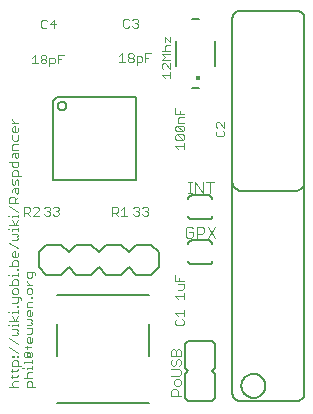
<source format=gto>
G75*
G70*
%OFA0B0*%
%FSLAX24Y24*%
%IPPOS*%
%LPD*%
%AMOC8*
5,1,8,0,0,1.08239X$1,22.5*
%
%ADD10C,0.0030*%
%ADD11C,0.0060*%
%ADD12C,0.0080*%
%ADD13C,0.0143*%
%ADD14C,0.0050*%
D10*
X000445Y000695D02*
X000735Y000695D01*
X000590Y000695D02*
X000542Y000743D01*
X000542Y000840D01*
X000590Y000888D01*
X000735Y000888D01*
X000687Y001038D02*
X000735Y001086D01*
X000687Y001038D02*
X000493Y001038D01*
X000542Y000990D02*
X000542Y001086D01*
X000542Y001186D02*
X000542Y001283D01*
X000493Y001234D02*
X000687Y001234D01*
X000735Y001283D01*
X000735Y001383D02*
X000735Y001528D01*
X000687Y001576D01*
X000590Y001576D01*
X000542Y001528D01*
X000542Y001383D01*
X000832Y001383D01*
X000876Y001333D02*
X000925Y001333D01*
X001022Y001333D02*
X001215Y001333D01*
X001215Y001381D02*
X001215Y001284D01*
X001215Y001183D02*
X001070Y001183D01*
X001022Y001135D01*
X001022Y001038D01*
X001070Y000990D01*
X001070Y000888D02*
X001022Y000840D01*
X001022Y000695D01*
X001312Y000695D01*
X001215Y000695D02*
X001215Y000840D01*
X001167Y000888D01*
X001070Y000888D01*
X000925Y000990D02*
X001215Y000990D01*
X001022Y001284D02*
X001022Y001333D01*
X000925Y001481D02*
X000925Y001529D01*
X001215Y001529D01*
X001215Y001481D02*
X001215Y001577D01*
X001167Y001677D02*
X000973Y001677D01*
X000925Y001726D01*
X000925Y001822D01*
X000973Y001871D01*
X001070Y001871D01*
X001118Y001822D01*
X001022Y001822D01*
X001022Y001726D01*
X001118Y001726D01*
X001118Y001822D01*
X001167Y001871D02*
X001215Y001822D01*
X001215Y001726D01*
X001167Y001677D01*
X001022Y001972D02*
X001022Y002069D01*
X000973Y002020D02*
X001167Y002020D01*
X001215Y002069D01*
X001167Y002168D02*
X001070Y002168D01*
X001022Y002217D01*
X001022Y002313D01*
X001070Y002362D01*
X001118Y002362D01*
X001118Y002168D01*
X001167Y002168D02*
X001215Y002217D01*
X001215Y002313D01*
X001167Y002463D02*
X001215Y002511D01*
X001215Y002656D01*
X001022Y002656D01*
X001022Y002758D02*
X001167Y002758D01*
X001215Y002806D01*
X001167Y002854D01*
X001215Y002903D01*
X001167Y002951D01*
X001022Y002951D01*
X001070Y003052D02*
X001022Y003101D01*
X001022Y003197D01*
X001070Y003246D01*
X001118Y003246D01*
X001118Y003052D01*
X001070Y003052D02*
X001167Y003052D01*
X001215Y003101D01*
X001215Y003197D01*
X001215Y003347D02*
X001022Y003347D01*
X001022Y003492D01*
X001070Y003540D01*
X001215Y003540D01*
X001215Y003642D02*
X001215Y003690D01*
X001167Y003690D01*
X001167Y003642D01*
X001215Y003642D01*
X001167Y003789D02*
X001070Y003789D01*
X001022Y003837D01*
X001022Y003934D01*
X001070Y003982D01*
X001167Y003982D01*
X001215Y003934D01*
X001215Y003837D01*
X001167Y003789D01*
X001215Y004083D02*
X001022Y004083D01*
X001118Y004083D02*
X001022Y004180D01*
X001022Y004229D01*
X001070Y004329D02*
X001022Y004377D01*
X001022Y004523D01*
X001263Y004523D01*
X001312Y004474D01*
X001312Y004426D01*
X001215Y004377D02*
X001215Y004523D01*
X001215Y004377D02*
X001167Y004329D01*
X001070Y004329D01*
X000735Y004378D02*
X000735Y004475D01*
X000735Y004427D02*
X000542Y004427D01*
X000542Y004378D01*
X000445Y004427D02*
X000396Y004427D01*
X000590Y004277D02*
X000542Y004229D01*
X000542Y004083D01*
X000445Y004083D02*
X000735Y004083D01*
X000735Y004229D01*
X000687Y004277D01*
X000590Y004277D01*
X000590Y003982D02*
X000542Y003934D01*
X000542Y003837D01*
X000590Y003789D01*
X000687Y003789D01*
X000735Y003837D01*
X000735Y003934D01*
X000687Y003982D01*
X000590Y003982D01*
X000542Y003688D02*
X000783Y003688D01*
X000832Y003639D01*
X000832Y003591D01*
X000735Y003543D02*
X000687Y003494D01*
X000542Y003494D01*
X000687Y003395D02*
X000687Y003347D01*
X000735Y003347D01*
X000735Y003395D01*
X000687Y003395D01*
X000735Y003543D02*
X000735Y003688D01*
X000735Y003247D02*
X000735Y003150D01*
X000735Y003199D02*
X000542Y003199D01*
X000542Y003150D01*
X000542Y003050D02*
X000638Y002905D01*
X000735Y003050D01*
X000735Y002905D02*
X000445Y002905D01*
X000445Y002757D02*
X000396Y002757D01*
X000542Y002757D02*
X000735Y002757D01*
X000735Y002805D02*
X000735Y002708D01*
X000687Y002607D02*
X000542Y002607D01*
X000542Y002708D02*
X000542Y002757D01*
X000687Y002607D02*
X000735Y002559D01*
X000687Y002511D01*
X000735Y002462D01*
X000687Y002414D01*
X000542Y002414D01*
X000445Y002313D02*
X000735Y002119D01*
X000735Y001824D02*
X000445Y002018D01*
X000542Y001726D02*
X000590Y001726D01*
X000590Y001677D01*
X000542Y001677D01*
X000542Y001726D01*
X000687Y001726D02*
X000735Y001726D01*
X000735Y001677D01*
X000687Y001677D01*
X000687Y001726D01*
X001022Y002463D02*
X001167Y002463D01*
X000445Y003199D02*
X000396Y003199D01*
X000687Y004575D02*
X000687Y004623D01*
X000735Y004623D01*
X000735Y004575D01*
X000687Y004575D01*
X000735Y004722D02*
X000445Y004722D01*
X000542Y004722D02*
X000542Y004867D01*
X000590Y004915D01*
X000687Y004915D01*
X000735Y004867D01*
X000735Y004722D01*
X000687Y005017D02*
X000590Y005017D01*
X000542Y005065D01*
X000542Y005162D01*
X000590Y005210D01*
X000638Y005210D01*
X000638Y005017D01*
X000687Y005017D02*
X000735Y005065D01*
X000735Y005162D01*
X000735Y005311D02*
X000445Y005505D01*
X000542Y005606D02*
X000687Y005606D01*
X000735Y005654D01*
X000687Y005703D01*
X000735Y005751D01*
X000687Y005799D01*
X000542Y005799D01*
X000542Y005901D02*
X000542Y005949D01*
X000735Y005949D01*
X000735Y005901D02*
X000735Y005997D01*
X000735Y006097D02*
X000445Y006097D01*
X000445Y005949D02*
X000396Y005949D01*
X000638Y006097D02*
X000542Y006242D01*
X000542Y006342D02*
X000542Y006391D01*
X000735Y006391D01*
X000735Y006439D02*
X000735Y006342D01*
X000735Y006242D02*
X000638Y006097D01*
X000445Y006391D02*
X000396Y006391D01*
X000445Y006732D02*
X000735Y006539D01*
X000931Y006497D02*
X001076Y006497D01*
X001124Y006545D01*
X001124Y006642D01*
X001076Y006690D01*
X000931Y006690D01*
X000931Y006400D01*
X001027Y006497D02*
X001124Y006400D01*
X001225Y006400D02*
X001419Y006593D01*
X001419Y006642D01*
X001370Y006690D01*
X001274Y006690D01*
X001225Y006642D01*
X001225Y006400D02*
X001419Y006400D01*
X001606Y006448D02*
X001654Y006400D01*
X001751Y006400D01*
X001799Y006448D01*
X001799Y006497D01*
X001751Y006545D01*
X001702Y006545D01*
X001751Y006545D02*
X001799Y006593D01*
X001799Y006642D01*
X001751Y006690D01*
X001654Y006690D01*
X001606Y006642D01*
X001900Y006642D02*
X001949Y006690D01*
X002045Y006690D01*
X002094Y006642D01*
X002094Y006593D01*
X002045Y006545D01*
X002094Y006497D01*
X002094Y006448D01*
X002045Y006400D01*
X001949Y006400D01*
X001900Y006448D01*
X001997Y006545D02*
X002045Y006545D01*
X000832Y007718D02*
X000542Y007718D01*
X000542Y007863D01*
X000590Y007911D01*
X000687Y007911D01*
X000735Y007863D01*
X000735Y007718D01*
X000687Y007616D02*
X000638Y007568D01*
X000638Y007471D01*
X000590Y007423D01*
X000542Y007471D01*
X000542Y007616D01*
X000687Y007616D02*
X000735Y007568D01*
X000735Y007423D01*
X000735Y007322D02*
X000590Y007322D01*
X000542Y007273D01*
X000542Y007177D01*
X000638Y007177D02*
X000687Y007128D01*
X000735Y007177D01*
X000735Y007322D01*
X000638Y007322D02*
X000638Y007177D01*
X000590Y007027D02*
X000638Y006979D01*
X000638Y006834D01*
X000638Y006930D02*
X000735Y007027D01*
X000590Y007027D02*
X000493Y007027D01*
X000445Y006979D01*
X000445Y006834D01*
X000735Y006834D01*
X000687Y008012D02*
X000590Y008012D01*
X000542Y008061D01*
X000542Y008206D01*
X000445Y008206D02*
X000735Y008206D01*
X000735Y008061D01*
X000687Y008012D01*
X000687Y008307D02*
X000638Y008355D01*
X000638Y008500D01*
X000590Y008500D02*
X000735Y008500D01*
X000735Y008355D01*
X000687Y008307D01*
X000542Y008355D02*
X000542Y008452D01*
X000590Y008500D01*
X000542Y008601D02*
X000542Y008747D01*
X000590Y008795D01*
X000735Y008795D01*
X000687Y008896D02*
X000590Y008896D01*
X000542Y008945D01*
X000542Y009090D01*
X000590Y009191D02*
X000542Y009239D01*
X000542Y009336D01*
X000590Y009384D01*
X000638Y009384D01*
X000638Y009191D01*
X000590Y009191D02*
X000687Y009191D01*
X000735Y009239D01*
X000735Y009336D01*
X000735Y009485D02*
X000542Y009485D01*
X000638Y009485D02*
X000542Y009582D01*
X000542Y009631D01*
X000735Y009090D02*
X000735Y008945D01*
X000687Y008896D01*
X000735Y008601D02*
X000542Y008601D01*
X001781Y011378D02*
X001781Y011668D01*
X001926Y011668D01*
X001974Y011620D01*
X001974Y011523D01*
X001926Y011475D01*
X001781Y011475D01*
X001680Y011523D02*
X001631Y011475D01*
X001534Y011475D01*
X001486Y011523D01*
X001486Y011572D01*
X001534Y011620D01*
X001631Y011620D01*
X001680Y011572D01*
X001680Y011523D01*
X001631Y011620D02*
X001680Y011668D01*
X001680Y011717D01*
X001631Y011765D01*
X001534Y011765D01*
X001486Y011717D01*
X001486Y011668D01*
X001534Y011620D01*
X001385Y011475D02*
X001191Y011475D01*
X001288Y011475D02*
X001288Y011765D01*
X001191Y011668D01*
X001554Y012650D02*
X001651Y012650D01*
X001699Y012698D01*
X001800Y012795D02*
X001994Y012795D01*
X001945Y012650D02*
X001945Y012940D01*
X001800Y012795D01*
X001699Y012892D02*
X001651Y012940D01*
X001554Y012940D01*
X001506Y012892D01*
X001506Y012698D01*
X001554Y012650D01*
X002075Y011765D02*
X002269Y011765D01*
X002172Y011620D02*
X002075Y011620D01*
X002075Y011475D02*
X002075Y011765D01*
X004095Y011713D02*
X004192Y011810D01*
X004192Y011520D01*
X004288Y011520D02*
X004095Y011520D01*
X004390Y011568D02*
X004390Y011617D01*
X004438Y011665D01*
X004535Y011665D01*
X004583Y011617D01*
X004583Y011568D01*
X004535Y011520D01*
X004438Y011520D01*
X004390Y011568D01*
X004438Y011665D02*
X004390Y011713D01*
X004390Y011762D01*
X004438Y011810D01*
X004535Y011810D01*
X004583Y011762D01*
X004583Y011713D01*
X004535Y011665D01*
X004684Y011713D02*
X004829Y011713D01*
X004878Y011665D01*
X004878Y011568D01*
X004829Y011520D01*
X004684Y011520D01*
X004684Y011423D02*
X004684Y011713D01*
X004979Y011665D02*
X005076Y011665D01*
X005172Y011810D02*
X004979Y011810D01*
X004979Y011520D01*
X005520Y011586D02*
X005617Y011683D01*
X005520Y011780D01*
X005810Y011780D01*
X005810Y011881D02*
X005520Y011881D01*
X005617Y011929D02*
X005617Y012026D01*
X005665Y012074D01*
X005810Y012074D01*
X005810Y012175D02*
X005810Y012369D01*
X005617Y012369D02*
X005810Y012175D01*
X005617Y012175D02*
X005617Y012369D01*
X005617Y011929D02*
X005665Y011881D01*
X005810Y011586D02*
X005520Y011586D01*
X005568Y011485D02*
X005520Y011437D01*
X005520Y011340D01*
X005568Y011291D01*
X005520Y011093D02*
X005810Y011093D01*
X005810Y010997D02*
X005810Y011190D01*
X005810Y011291D02*
X005617Y011485D01*
X005568Y011485D01*
X005810Y011485D02*
X005810Y011291D01*
X005617Y010997D02*
X005520Y011093D01*
X005975Y009992D02*
X005975Y009799D01*
X006265Y009799D01*
X006265Y009697D02*
X006120Y009697D01*
X006072Y009649D01*
X006072Y009504D01*
X006265Y009504D01*
X006217Y009403D02*
X006265Y009354D01*
X006265Y009258D01*
X006217Y009209D01*
X006023Y009403D01*
X006217Y009403D01*
X006217Y009209D02*
X006023Y009209D01*
X005975Y009258D01*
X005975Y009354D01*
X006023Y009403D01*
X006023Y009108D02*
X005975Y009060D01*
X005975Y008963D01*
X006023Y008915D01*
X006217Y008915D01*
X006023Y009108D01*
X006217Y009108D01*
X006265Y009060D01*
X006265Y008963D01*
X006217Y008915D01*
X006265Y008813D02*
X006265Y008620D01*
X006265Y008717D02*
X005975Y008717D01*
X006072Y008620D01*
X006395Y007540D02*
X006518Y007540D01*
X006457Y007540D02*
X006457Y007170D01*
X006518Y007170D02*
X006395Y007170D01*
X006641Y007170D02*
X006641Y007540D01*
X006887Y007170D01*
X006887Y007540D01*
X007009Y007540D02*
X007256Y007540D01*
X007132Y007540D02*
X007132Y007170D01*
X007057Y006040D02*
X007304Y005670D01*
X007057Y005670D02*
X007304Y006040D01*
X006935Y005979D02*
X006935Y005855D01*
X006873Y005793D01*
X006688Y005793D01*
X006688Y005670D02*
X006688Y006040D01*
X006873Y006040D01*
X006935Y005979D01*
X006567Y005979D02*
X006505Y006040D01*
X006382Y006040D01*
X006320Y005979D01*
X006320Y005732D01*
X006382Y005670D01*
X006505Y005670D01*
X006567Y005732D01*
X006567Y005855D01*
X006443Y005855D01*
X005970Y004419D02*
X005970Y004225D01*
X006260Y004225D01*
X006260Y004124D02*
X006067Y004124D01*
X006115Y004225D02*
X006115Y004322D01*
X006260Y004124D02*
X006260Y003979D01*
X006212Y003931D01*
X006067Y003931D01*
X006260Y003830D02*
X006260Y003636D01*
X006260Y003733D02*
X005970Y003733D01*
X006067Y003636D01*
X006260Y003244D02*
X006260Y003050D01*
X006260Y003147D02*
X005970Y003147D01*
X006067Y003050D01*
X006018Y002949D02*
X005970Y002901D01*
X005970Y002804D01*
X006018Y002756D01*
X006212Y002756D01*
X006260Y002804D01*
X006260Y002901D01*
X006212Y002949D01*
X006110Y001941D02*
X006055Y001941D01*
X006000Y001886D01*
X006000Y001721D01*
X006055Y001610D02*
X006110Y001610D01*
X006165Y001555D01*
X006165Y001444D01*
X006110Y001389D01*
X006110Y001278D02*
X005835Y001278D01*
X005890Y001389D02*
X005835Y001444D01*
X005835Y001555D01*
X005890Y001610D01*
X006000Y001555D02*
X006000Y001444D01*
X005945Y001389D01*
X005890Y001389D01*
X006000Y001555D02*
X006055Y001610D01*
X006165Y001721D02*
X006165Y001886D01*
X006110Y001941D01*
X006000Y001886D02*
X005945Y001941D01*
X005890Y001941D01*
X005835Y001886D01*
X005835Y001721D01*
X006165Y001721D01*
X006110Y001278D02*
X006165Y001223D01*
X006165Y001113D01*
X006110Y001058D01*
X005835Y001058D01*
X006000Y000947D02*
X005945Y000892D01*
X005945Y000782D01*
X006000Y000726D01*
X006110Y000726D01*
X006165Y000782D01*
X006165Y000892D01*
X006110Y000947D01*
X006000Y000947D01*
X006000Y000615D02*
X005890Y000615D01*
X005835Y000560D01*
X005835Y000395D01*
X006165Y000395D01*
X006055Y000395D02*
X006055Y000560D01*
X006000Y000615D01*
X005020Y006400D02*
X004924Y006400D01*
X004875Y006448D01*
X004774Y006448D02*
X004774Y006497D01*
X004726Y006545D01*
X004677Y006545D01*
X004726Y006545D02*
X004774Y006593D01*
X004774Y006642D01*
X004726Y006690D01*
X004629Y006690D01*
X004581Y006642D01*
X004581Y006448D02*
X004629Y006400D01*
X004726Y006400D01*
X004774Y006448D01*
X004875Y006642D02*
X004924Y006690D01*
X005020Y006690D01*
X005069Y006642D01*
X005069Y006593D01*
X005020Y006545D01*
X005069Y006497D01*
X005069Y006448D01*
X005020Y006400D01*
X005020Y006545D02*
X004972Y006545D01*
X004369Y006400D02*
X004175Y006400D01*
X004272Y006400D02*
X004272Y006690D01*
X004175Y006593D01*
X004074Y006545D02*
X004074Y006642D01*
X004026Y006690D01*
X003881Y006690D01*
X003881Y006400D01*
X003881Y006497D02*
X004026Y006497D01*
X004074Y006545D01*
X003977Y006497D02*
X004074Y006400D01*
X006120Y009799D02*
X006120Y009895D01*
X007325Y009485D02*
X007325Y009388D01*
X007373Y009340D01*
X007373Y009238D02*
X007325Y009190D01*
X007325Y009093D01*
X007373Y009045D01*
X007567Y009045D01*
X007615Y009093D01*
X007615Y009190D01*
X007567Y009238D01*
X007615Y009340D02*
X007422Y009533D01*
X007373Y009533D01*
X007325Y009485D01*
X007615Y009533D02*
X007615Y009340D01*
X004685Y012670D02*
X004733Y012718D01*
X004733Y012767D01*
X004685Y012815D01*
X004636Y012815D01*
X004685Y012815D02*
X004733Y012863D01*
X004733Y012912D01*
X004685Y012960D01*
X004588Y012960D01*
X004540Y012912D01*
X004438Y012912D02*
X004390Y012960D01*
X004293Y012960D01*
X004245Y012912D01*
X004245Y012718D01*
X004293Y012670D01*
X004390Y012670D01*
X004438Y012718D01*
X004540Y012718D02*
X004588Y012670D01*
X004685Y012670D01*
D11*
X004660Y010360D02*
X002040Y010360D01*
X001900Y010220D01*
X001900Y007600D01*
X004660Y007600D01*
X004660Y010360D01*
X002059Y010060D02*
X002061Y010083D01*
X002067Y010106D01*
X002076Y010127D01*
X002089Y010147D01*
X002105Y010164D01*
X002123Y010178D01*
X002143Y010189D01*
X002165Y010197D01*
X002188Y010201D01*
X002212Y010201D01*
X002235Y010197D01*
X002257Y010189D01*
X002277Y010178D01*
X002295Y010164D01*
X002311Y010147D01*
X002324Y010127D01*
X002333Y010106D01*
X002339Y010083D01*
X002341Y010060D01*
X002339Y010037D01*
X002333Y010014D01*
X002324Y009993D01*
X002311Y009973D01*
X002295Y009956D01*
X002277Y009942D01*
X002257Y009931D01*
X002235Y009923D01*
X002212Y009919D01*
X002188Y009919D01*
X002165Y009923D01*
X002143Y009931D01*
X002123Y009942D01*
X002105Y009956D01*
X002089Y009973D01*
X002076Y009993D01*
X002067Y010014D01*
X002061Y010037D01*
X002059Y010060D01*
X007880Y012980D02*
X007880Y000480D01*
X007882Y000450D01*
X007887Y000420D01*
X007896Y000391D01*
X007909Y000364D01*
X007924Y000338D01*
X007943Y000314D01*
X007964Y000293D01*
X007988Y000274D01*
X008014Y000259D01*
X008041Y000246D01*
X008070Y000237D01*
X008100Y000232D01*
X008130Y000230D01*
X010030Y000230D01*
X010060Y000232D01*
X010090Y000237D01*
X010119Y000246D01*
X010146Y000259D01*
X010172Y000274D01*
X010196Y000293D01*
X010217Y000314D01*
X010236Y000338D01*
X010251Y000364D01*
X010264Y000391D01*
X010273Y000420D01*
X010278Y000450D01*
X010280Y000480D01*
X010280Y012980D01*
X010278Y013010D01*
X010273Y013040D01*
X010264Y013069D01*
X010251Y013096D01*
X010236Y013122D01*
X010217Y013146D01*
X010196Y013167D01*
X010172Y013186D01*
X010146Y013201D01*
X010119Y013214D01*
X010090Y013223D01*
X010060Y013228D01*
X010030Y013230D01*
X008130Y013230D01*
X008100Y013228D01*
X008070Y013223D01*
X008041Y013214D01*
X008014Y013201D01*
X007988Y013186D01*
X007964Y013167D01*
X007943Y013146D01*
X007924Y013122D01*
X007909Y013096D01*
X007896Y013069D01*
X007887Y013040D01*
X007882Y013010D01*
X007880Y012980D01*
X007880Y007530D02*
X007882Y007496D01*
X007888Y007463D01*
X007897Y007431D01*
X007910Y007400D01*
X007926Y007370D01*
X007945Y007343D01*
X007968Y007318D01*
X007993Y007295D01*
X008020Y007276D01*
X008050Y007260D01*
X008081Y007247D01*
X008113Y007238D01*
X008146Y007232D01*
X008180Y007230D01*
X009980Y007230D01*
X010014Y007232D01*
X010047Y007238D01*
X010079Y007247D01*
X010110Y007260D01*
X010140Y007276D01*
X010167Y007295D01*
X010192Y007318D01*
X010215Y007343D01*
X010234Y007370D01*
X010250Y007400D01*
X010263Y007431D01*
X010272Y007463D01*
X010278Y007496D01*
X010280Y007530D01*
X007205Y002230D02*
X006405Y002230D01*
X006305Y002130D01*
X006305Y001330D01*
X006405Y001230D01*
X006305Y001130D01*
X006305Y000330D01*
X006405Y000230D01*
X007205Y000230D01*
X007305Y000330D01*
X007305Y001130D01*
X007205Y001230D01*
X007305Y001330D01*
X007305Y002130D01*
X007205Y002230D01*
D12*
X005180Y004430D02*
X005430Y004680D01*
X005430Y005180D01*
X005180Y005430D01*
X004680Y005430D01*
X004430Y005180D01*
X004180Y005430D01*
X003680Y005430D01*
X003430Y005180D01*
X003180Y005430D01*
X002680Y005430D01*
X002430Y005180D01*
X002180Y005430D01*
X001680Y005430D01*
X001430Y005180D01*
X001430Y004680D01*
X001680Y004430D01*
X002180Y004430D01*
X002430Y004680D01*
X002680Y004430D01*
X003180Y004430D01*
X003430Y004680D01*
X003680Y004430D01*
X004180Y004430D01*
X004430Y004680D01*
X004680Y004430D01*
X005180Y004430D01*
X006490Y004786D02*
X007120Y004786D01*
X007120Y004787D02*
X007136Y004792D01*
X007152Y004800D01*
X007166Y004810D01*
X007178Y004822D01*
X007188Y004837D01*
X007195Y004853D01*
X007199Y004870D01*
X007200Y004887D01*
X007198Y004905D01*
X007198Y005455D02*
X007200Y005473D01*
X007199Y005490D01*
X007195Y005507D01*
X007188Y005523D01*
X007178Y005538D01*
X007166Y005550D01*
X007152Y005560D01*
X007136Y005568D01*
X007120Y005573D01*
X007120Y005574D02*
X006490Y005574D01*
X006490Y005573D02*
X006474Y005568D01*
X006458Y005560D01*
X006444Y005550D01*
X006432Y005538D01*
X006422Y005523D01*
X006415Y005507D01*
X006411Y005490D01*
X006410Y005473D01*
X006412Y005455D01*
X006412Y004905D02*
X006410Y004887D01*
X006411Y004870D01*
X006415Y004853D01*
X006422Y004837D01*
X006432Y004822D01*
X006444Y004810D01*
X006458Y004800D01*
X006474Y004792D01*
X006490Y004787D01*
X006490Y006286D02*
X007120Y006286D01*
X007120Y006287D02*
X007136Y006292D01*
X007152Y006300D01*
X007166Y006310D01*
X007178Y006322D01*
X007188Y006337D01*
X007195Y006353D01*
X007199Y006370D01*
X007200Y006387D01*
X007198Y006405D01*
X007198Y006955D02*
X007200Y006973D01*
X007199Y006990D01*
X007195Y007007D01*
X007188Y007023D01*
X007178Y007038D01*
X007166Y007050D01*
X007152Y007060D01*
X007136Y007068D01*
X007120Y007073D01*
X007120Y007074D02*
X006490Y007074D01*
X006490Y007073D02*
X006474Y007068D01*
X006458Y007060D01*
X006444Y007050D01*
X006432Y007038D01*
X006422Y007023D01*
X006415Y007007D01*
X006411Y006990D01*
X006410Y006973D01*
X006412Y006955D01*
X006412Y006405D02*
X006410Y006387D01*
X006411Y006370D01*
X006415Y006353D01*
X006422Y006337D01*
X006432Y006322D01*
X006444Y006310D01*
X006458Y006300D01*
X006474Y006292D01*
X006490Y006287D01*
X006537Y010663D02*
X006773Y010663D01*
X007305Y011392D02*
X007305Y012218D01*
X006773Y012947D02*
X006537Y012947D01*
X006005Y012218D02*
X006005Y011392D01*
D13*
X006734Y010998D03*
D14*
X005115Y003766D02*
X002045Y003766D01*
X002320Y003766D02*
X002753Y003766D01*
X002045Y002782D02*
X002045Y001719D01*
X002045Y000144D02*
X005115Y000144D01*
X005115Y001719D02*
X005115Y002782D01*
X004840Y003766D02*
X004407Y003766D01*
X008180Y000730D02*
X008182Y000770D01*
X008188Y000809D01*
X008198Y000848D01*
X008211Y000885D01*
X008229Y000921D01*
X008250Y000955D01*
X008274Y000987D01*
X008301Y001016D01*
X008331Y001043D01*
X008363Y001066D01*
X008398Y001086D01*
X008434Y001102D01*
X008472Y001115D01*
X008511Y001124D01*
X008550Y001129D01*
X008590Y001130D01*
X008630Y001127D01*
X008669Y001120D01*
X008707Y001109D01*
X008745Y001095D01*
X008780Y001076D01*
X008813Y001055D01*
X008845Y001030D01*
X008873Y001002D01*
X008899Y000972D01*
X008921Y000939D01*
X008940Y000904D01*
X008956Y000867D01*
X008968Y000829D01*
X008976Y000790D01*
X008980Y000750D01*
X008980Y000710D01*
X008976Y000670D01*
X008968Y000631D01*
X008956Y000593D01*
X008940Y000556D01*
X008921Y000521D01*
X008899Y000488D01*
X008873Y000458D01*
X008845Y000430D01*
X008813Y000405D01*
X008780Y000384D01*
X008745Y000365D01*
X008707Y000351D01*
X008669Y000340D01*
X008630Y000333D01*
X008590Y000330D01*
X008550Y000331D01*
X008511Y000336D01*
X008472Y000345D01*
X008434Y000358D01*
X008398Y000374D01*
X008363Y000394D01*
X008331Y000417D01*
X008301Y000444D01*
X008274Y000473D01*
X008250Y000505D01*
X008229Y000539D01*
X008211Y000575D01*
X008198Y000612D01*
X008188Y000651D01*
X008182Y000690D01*
X008180Y000730D01*
M02*

</source>
